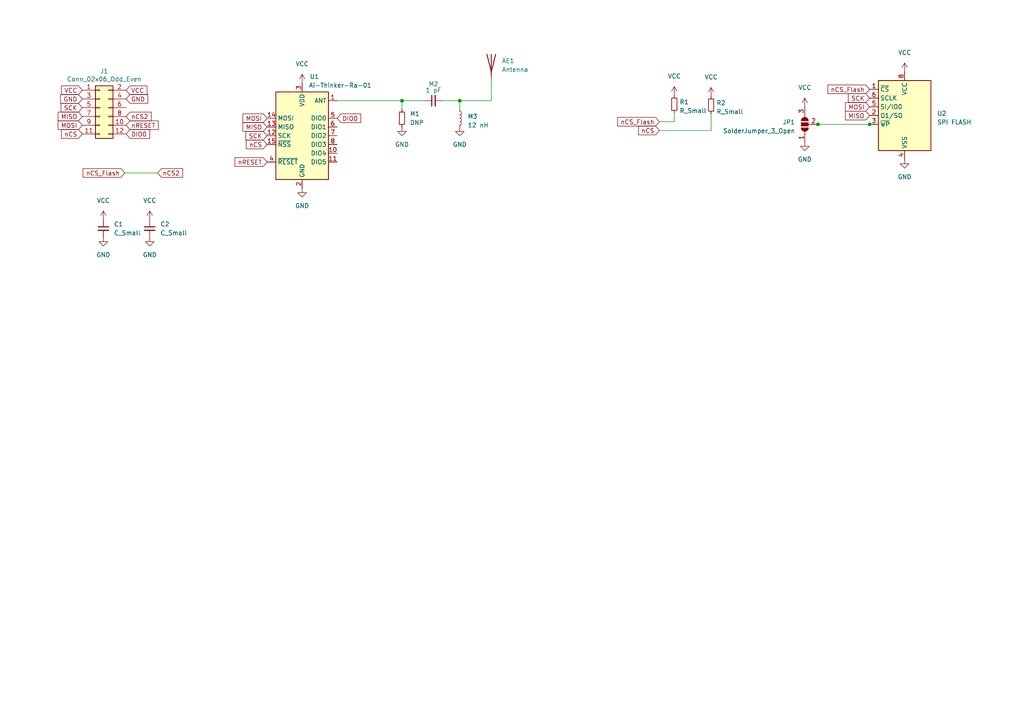
<source format=kicad_sch>
(kicad_sch (version 20230121) (generator eeschema)
  (paper "A4")
  (lib_symbols
    (symbol "Connector_Generic:Conn_02x06_Odd_Even" (pin_names (offset 1.016) hide)
      (property "Reference" "J" (at 1.27 7.62 0))
      (property "Value" "Conn_02x06_Odd_Even" (at 1.27 -10.16 0))
      (symbol "Conn_02x06_Odd_Even_1_1"
        (rectangle (start -1.27 -7.493) (end 0 -7.747) (stroke (width 0.1524)))
        (rectangle (start -1.27 -4.953) (end 0 -5.207) (stroke (width 0.1524)))
        (rectangle (start -1.27 -2.413) (end 0 -2.667) (stroke (width 0.1524)))
        (rectangle (start -1.27 0.127) (end 0 -0.127) (stroke (width 0.1524)))
        (rectangle (start -1.27 2.667) (end 0 2.413) (stroke (width 0.1524)))
        (rectangle (start -1.27 5.207) (end 0 4.953) (stroke (width 0.1524)))
        (rectangle (start -1.27 6.35) (end 3.81 -8.89) (stroke (width 0.254)) (fill (type background)))
        (rectangle (start 3.81 -7.493) (end 2.54 -7.747) (stroke (width 0.1524)))
        (rectangle (start 3.81 -4.953) (end 2.54 -5.207) (stroke (width 0.1524)))
        (rectangle (start 3.81 -2.413) (end 2.54 -2.667) (stroke (width 0.1524)))
        (rectangle (start 3.81 0.127) (end 2.54 -0.127) (stroke (width 0.1524)))
        (rectangle (start 3.81 2.667) (end 2.54 2.413) (stroke (width 0.1524)))
        (rectangle (start 3.81 5.207) (end 2.54 4.953) (stroke (width 0.1524)))
        (pin passive line (at -5.08 5.08 0) (length 3.81) (name "Pin_1") (number "1"))
        (pin passive line (at 7.62 -5.08 180) (length 3.81) (name "Pin_10") (number "10"))
        (pin passive line (at -5.08 -7.62 0) (length 3.81) (name "Pin_11") (number "11"))
        (pin passive line (at 7.62 -7.62 180) (length 3.81) (name "Pin_12") (number "12"))
        (pin passive line (at 7.62 5.08 180) (length 3.81) (name "Pin_2") (number "2"))
        (pin passive line (at -5.08 2.54 0) (length 3.81) (name "Pin_3") (number "3"))
        (pin passive line (at 7.62 2.54 180) (length 3.81) (name "Pin_4") (number "4"))
        (pin passive line (at -5.08 0 0) (length 3.81) (name "Pin_5") (number "5"))
        (pin passive line (at 7.62 0 180) (length 3.81) (name "Pin_6") (number "6"))
        (pin passive line (at -5.08 -2.54 0) (length 3.81) (name "Pin_7") (number "7"))
        (pin passive line (at 7.62 -2.54 180) (length 3.81) (name "Pin_8") (number "8"))
        (pin passive line (at -5.08 -5.08 0) (length 3.81) (name "Pin_9") (number "9"))
      )
    )
    (symbol "Device:Antenna" (pin_numbers hide) (pin_names (offset 1.016) hide)
      (property "Reference" "AE" (at -1.905 1.905 0))
      (property "Value" "Antenna" (at -1.905 0 0))
      (symbol "Antenna_0_1"
        (polyline (pts (xy 0 2.54) (xy 0 -3.81)) (stroke (width 0.254)))
        (polyline (pts (xy 1.27 2.54) (xy 0 -2.54) (xy -1.27 2.54)) (stroke (width 0.254)))
      )
      (symbol "Antenna_1_1"
        (pin input line (at 0 -5.08 90) (length 2.54) (name "A") (number "1"))
      )
    )
    (symbol "Device:C_Small" (pin_numbers hide) (pin_names (offset 0.254) hide)
      (property "Reference" "C" (at 0.254 1.778 0))
      (property "Value" "C_Small" (at 0.254 -2.032 0))
      (symbol "C_Small_0_1"
        (polyline (pts (xy -1.524 -0.508) (xy 1.524 -0.508)) (stroke (width 0.3302)))
        (polyline (pts (xy -1.524 0.508) (xy 1.524 0.508)) (stroke (width 0.3048)))
      )
      (symbol "C_Small_1_1"
        (pin passive line (at 0 2.54 270) (length 2.032) (name "~") (number "1"))
        (pin passive line (at 0 -2.54 90) (length 2.032) (name "~") (number "2"))
      )
    )
    (symbol "Device:L_Small" (pin_numbers hide) (pin_names (offset 0.254) hide)
      (property "Reference" "L" (at 0.762 1.016 0))
      (property "Value" "L_Small" (at 0.762 -1.016 0))
      (symbol "L_Small_0_1"
        (arc (start 0 -2.032) (mid 0.5058 -1.524) (end 0 -1.016))
        (arc (start 0 -1.016) (mid 0.5058 -0.508) (end 0 0))
        (arc (start 0 0) (mid 0.5058 0.508) (end 0 1.016))
        (arc (start 0 1.016) (mid 0.5058 1.524) (end 0 2.032))
      )
      (symbol "L_Small_1_1"
        (pin passive line (at 0 2.54 270) (length 0.508) (name "~") (number "1"))
        (pin passive line (at 0 -2.54 90) (length 0.508) (name "~") (number "2"))
      )
    )
    (symbol "Device:R_Small" (pin_numbers hide) (pin_names (offset 0.254) hide)
      (property "Reference" "R" (at 0.762 0.508 0))
      (property "Value" "R_Small" (at 0.762 -1.016 0))
      (symbol "R_Small_0_1"
        (rectangle (start -0.762 1.778) (end 0.762 -1.778) (stroke (width 0.2032)))
      )
      (symbol "R_Small_1_1"
        (pin passive line (at 0 2.54 270) (length 0.762) (name "~") (number "1"))
        (pin passive line (at 0 -2.54 90) (length 0.762) (name "~") (number "2"))
      )
    )
    (symbol "Jumper:SolderJumper_3_Open" (pin_names (offset 0) hide)
      (property "Reference" "JP" (at -2.54 -2.54 0))
      (property "Value" "SolderJumper_3_Open" (at 0 2.794 0))
      (symbol "SolderJumper_3_Open_0_1"
        (arc (start -1.016 1.016) (mid -2.0276 0) (end -1.016 -1.016))
        (arc (start -1.016 1.016) (mid -2.0276 0) (end -1.016 -1.016) (fill (type outline)))
        (rectangle (start -0.508 1.016) (end 0.508 -1.016) (fill (type outline)))
        (polyline (pts (xy -2.54 0) (xy -2.032 0)))
        (polyline (pts (xy -1.016 1.016) (xy -1.016 -1.016)))
        (polyline (pts (xy 0 -1.27) (xy 0 -1.016)))
        (polyline (pts (xy 1.016 1.016) (xy 1.016 -1.016)))
        (polyline (pts (xy 2.54 0) (xy 2.032 0)))
        (arc (start 1.016 -1.016) (mid 2.0276 0) (end 1.016 1.016))
        (arc (start 1.016 -1.016) (mid 2.0276 0) (end 1.016 1.016) (fill (type outline)))
      )
      (symbol "SolderJumper_3_Open_1_1"
        (pin passive line (at -5.08 0 0) (length 2.54) (name "A") (number "1"))
        (pin passive line (at 0 -3.81 90) (length 2.54) (name "C") (number "2"))
        (pin passive line (at 5.08 0 180) (length 2.54) (name "B") (number "3"))
      )
    )
    (symbol "Memory_Flash:GD25D05CT"
      (property "Reference" "U" (at 2.54 12.7 0))
      (property "Value" "GD25D05CT" (at 8.89 8.89 0))
      (symbol "GD25D05CT_0_1"
        (rectangle (start -7.62 10.16) (end 7.62 -10.16) (stroke (width 0.254)) (fill (type background)))
      )
      (symbol "GD25D05CT_1_1"
        (pin input line (at -10.16 7.62 0) (length 2.54) (name "~{CS}") (number "1"))
        (pin output line (at -10.16 0 0) (length 2.54) (name "O1/SO") (number "2"))
        (pin input line (at -10.16 -2.54 0) (length 2.54) (name "~{WP}") (number "3"))
        (pin power_in line (at 0 -12.7 90) (length 2.54) (name "VSS") (number "4"))
        (pin bidirectional line (at -10.16 2.54 0) (length 2.54) (name "SI/IO0") (number "5"))
        (pin input line (at -10.16 5.08 0) (length 2.54) (name "SCLK") (number "6"))
        (pin no_connect line (at -7.62 -5.08 0) (length 2.54) hide (name "NC") (number "7"))
        (pin power_in line (at 0 12.7 270) (length 2.54) (name "VCC") (number "8"))
      )
    )
    (symbol "RF_Module:Ai-Thinker-Ra-01"
      (property "Reference" "U" (at 2.54 17.78 0))
      (property "Value" "Ai-Thinker-Ra-01" (at 13.97 -15.24 0))
      (symbol "Ai-Thinker-Ra-01_0_1"
        (rectangle (start -7.62 12.7) (end 7.62 -12.7) (stroke (width 0.254)) (fill (type background)))
      )
      (symbol "Ai-Thinker-Ra-01_1_1"
        (pin passive line (at 10.16 10.16 180) (length 2.54) (name "ANT") (number "1"))
        (pin bidirectional line (at 10.16 -5.08 180) (length 2.54) (name "DIO4") (number "10"))
        (pin bidirectional line (at 10.16 -7.62 180) (length 2.54) (name "DIO5") (number "11"))
        (pin input line (at -10.16 0 0) (length 2.54) (name "SCK") (number "12"))
        (pin output line (at -10.16 2.54 0) (length 2.54) (name "MISO") (number "13"))
        (pin input line (at -10.16 5.08 0) (length 2.54) (name "MOSI") (number "14"))
        (pin input line (at -10.16 -2.54 0) (length 2.54) (name "~{NSS}") (number "15"))
        (pin passive line (at 0 -15.24 90) (length 2.54) hide (name "GND") (number "16"))
        (pin power_in line (at 0 -15.24 90) (length 2.54) (name "GND") (number "2"))
        (pin power_in line (at 0 15.24 270) (length 2.54) (name "VDD") (number "3"))
        (pin input line (at -10.16 -7.62 0) (length 2.54) (name "~{RESET}") (number "4"))
        (pin bidirectional line (at 10.16 5.08 180) (length 2.54) (name "DIO0") (number "5"))
        (pin bidirectional line (at 10.16 2.54 180) (length 2.54) (name "DIO1") (number "6"))
        (pin bidirectional line (at 10.16 0 180) (length 2.54) (name "DIO2") (number "7"))
        (pin bidirectional line (at 10.16 -2.54 180) (length 2.54) (name "DIO3") (number "8"))
        (pin passive line (at 0 -15.24 90) (length 2.54) hide (name "GND") (number "9"))
      )
    )
    (symbol "power:GND" (power) (pin_names (offset 0))
      (property "Value" "GND" (at 0 -3.81 0))
      (symbol "GND_0_1"
        (polyline (pts (xy 0 0) (xy 0 -1.27) (xy 1.27 -1.27) (xy 0 -2.54) (xy -1.27 -1.27) (xy 0 -1.27)))
      )
      (symbol "GND_1_1"
        (pin power_in line (at 0 0 270) (length 0) hide (name "GND") (number "1"))
      )
    )
    (symbol "power:VCC" (power) (pin_names (offset 0))
      (property "Value" "VCC" (at 0 3.81 0))
      (symbol "VCC_0_1"
        (polyline (pts (xy -0.762 1.27) (xy 0 2.54)))
        (polyline (pts (xy 0 0) (xy 0 2.54)))
        (polyline (pts (xy 0 2.54) (xy 0.762 1.27)))
      )
      (symbol "VCC_1_1"
        (pin power_in line (at 0 0 90) (length 0) hide (name "VCC") (number "1"))
      )
    )
  )
  (junction (at 116.586 29.21))
  (junction (at 133.35 29.21))
  (junction (at 252.222 36.068))
  (junction (at 237.236 36.068))
  (wire (pts (xy 236.982 36.068) (xy 237.236 36.068)))
  (wire (pts (xy 128.27 29.21) (xy 133.35 29.21)))
  (wire (pts (xy 97.79 29.21) (xy 116.586 29.21)))
  (wire (pts (xy 133.35 29.21) (xy 142.494 29.21)))
  (wire (pts (xy 116.586 29.21) (xy 123.19 29.21)))
  (wire (pts (xy 191.262 35.306) (xy 195.58 35.306)))
  (wire (pts (xy 206.248 37.846) (xy 206.248 33.02)))
  (wire (pts (xy 142.494 29.21) (xy 142.494 23.368)))
  (wire (pts (xy 191.262 37.846) (xy 206.248 37.846)))
  (wire (pts (xy 36.195 50.165) (xy 45.72 50.165)))
  (wire (pts (xy 133.35 31.75) (xy 133.35 29.21)))
  (wire (pts (xy 252.222 36.068) (xy 252.476 36.068)))
  (wire (pts (xy 116.586 29.21) (xy 116.586 31.75)))
  (wire (pts (xy 237.236 36.068) (xy 252.222 36.068)))
  (wire (pts (xy 133.35 29.21) (xy 133.604 28.956)))
  (wire (pts (xy 195.58 35.306) (xy 195.58 32.766)))
  (global_label "nCS_Flash" (shape input) (at 36.195 50.165 180) (property "Intersheetrefs" "${INTERSHEET_REFS}" (effects hide)))
  (global_label "nCS_Flash" (shape input) (at 252.222 25.908 180) (property "Intersheetrefs" "${INTERSHEET_REFS}" (effects hide)))
  (global_label "nRESET" (shape input) (at 77.47 46.99 180) (property "Intersheetrefs" "${INTERSHEET_REFS}" (effects hide)) (property "Intersheet-verwijzingen" "${INTERSHEET_REFS}" (effects hide)))
  (global_label "MISO" (shape input) (at 252.222 33.528 180) (property "Intersheetrefs" "${INTERSHEET_REFS}" (effects hide)) (property "Intersheet-verwijzingen" "${INTERSHEET_REFS}" (effects hide)))
  (global_label "MISO" (shape input) (at 23.876 33.782 180) (property "Intersheetrefs" "${INTERSHEET_REFS}" (effects hide)) (property "Intersheet-verwijzingen" "${INTERSHEET_REFS}" (effects hide)))
  (global_label "GND" (shape input) (at 36.576 28.702 0) (property "Intersheetrefs" "${INTERSHEET_REFS}" (effects hide)) (property "Intersheet-verwijzingen" "${INTERSHEET_REFS}" (effects hide)))
  (global_label "nCS" (shape input) (at 191.262 37.846 180) (property "Intersheetrefs" "${INTERSHEET_REFS}" (effects hide)) (property "Intersheet-verwijzingen" "${INTERSHEET_REFS}" (effects hide)))
  (global_label "VCC" (shape input) (at 23.876 26.162 180) (property "Intersheetrefs" "${INTERSHEET_REFS}" (effects hide)) (property "Intersheet-verwijzingen" "${INTERSHEET_REFS}" (effects hide)))
  (global_label "nCS" (shape input) (at 77.47 41.91 180) (property "Intersheetrefs" "${INTERSHEET_REFS}" (effects hide)) (property "Intersheet-verwijzingen" "${INTERSHEET_REFS}" (effects hide)))
  (global_label "GND" (shape input) (at 23.876 28.702 180) (property "Intersheetrefs" "${INTERSHEET_REFS}" (effects hide)) (property "Intersheet-verwijzingen" "${INTERSHEET_REFS}" (effects hide)))
  (global_label "SCK" (shape input) (at 23.876 31.242 180) (property "Intersheetrefs" "${INTERSHEET_REFS}" (effects hide)) (property "Intersheet-verwijzingen" "${INTERSHEET_REFS}" (effects hide)))
  (global_label "nCS" (shape input) (at 23.876 38.862 180) (property "Intersheetrefs" "${INTERSHEET_REFS}" (effects hide)) (property "Intersheet-verwijzingen" "${INTERSHEET_REFS}" (effects hide)))
  (global_label "VCC" (shape input) (at 36.576 26.162 0) (property "Intersheetrefs" "${INTERSHEET_REFS}" (effects hide)) (property "Intersheet-verwijzingen" "${INTERSHEET_REFS}" (effects hide)))
  (global_label "nCS2" (shape input) (at 36.576 33.782 0) (property "Intersheetrefs" "${INTERSHEET_REFS}" (effects hide)))
  (global_label "nCS2" (shape input) (at 45.72 50.165 0) (property "Intersheetrefs" "${INTERSHEET_REFS}" (effects hide)))
  (global_label "DIO0" (shape input) (at 97.79 34.29 0) (property "Intersheetrefs" "${INTERSHEET_REFS}" (effects hide)) (property "Intersheet-verwijzingen" "${INTERSHEET_REFS}" (effects hide)))
  (global_label "nCS_Flash" (shape input) (at 191.262 35.306 180) (property "Intersheetrefs" "${INTERSHEET_REFS}" (effects hide)))
  (global_label "DIO0" (shape input) (at 36.576 38.862 0) (property "Intersheetrefs" "${INTERSHEET_REFS}" (effects hide)) (property "Intersheet-verwijzingen" "${INTERSHEET_REFS}" (effects hide)))
  (global_label "MISO" (shape input) (at 77.47 36.83 180) (property "Intersheetrefs" "${INTERSHEET_REFS}" (effects hide)) (property "Intersheet-verwijzingen" "${INTERSHEET_REFS}" (effects hide)))
  (global_label "MOSI" (shape input) (at 77.47 34.29 180) (property "Intersheetrefs" "${INTERSHEET_REFS}" (effects hide)) (property "Intersheet-verwijzingen" "${INTERSHEET_REFS}" (effects hide)))
  (global_label "MOSI" (shape input) (at 252.222 30.988 180) (property "Intersheetrefs" "${INTERSHEET_REFS}" (effects hide)) (property "Intersheet-verwijzingen" "${INTERSHEET_REFS}" (effects hide)))
  (global_label "nRESET" (shape input) (at 36.576 36.322 0) (property "Intersheetrefs" "${INTERSHEET_REFS}" (effects hide)) (property "Intersheet-verwijzingen" "${INTERSHEET_REFS}" (effects hide)))
  (global_label "SCK" (shape input) (at 252.222 28.448 180) (property "Intersheetrefs" "${INTERSHEET_REFS}" (effects hide)) (property "Intersheet-verwijzingen" "${INTERSHEET_REFS}" (effects hide)))
  (global_label "SCK" (shape input) (at 77.47 39.37 180) (property "Intersheetrefs" "${INTERSHEET_REFS}" (effects hide)) (property "Intersheet-verwijzingen" "${INTERSHEET_REFS}" (effects hide)))
  (global_label "MOSI" (shape input) (at 23.876 36.322 180) (property "Intersheetrefs" "${INTERSHEET_REFS}" (effects hide)) (property "Intersheet-verwijzingen" "${INTERSHEET_REFS}" (effects hide)))
  (symbol (lib_id "Connector_Generic:Conn_02x06_Odd_Even") (at 28.956 31.242 0) (unit 1)
    (property "Reference" "J1" (at 30.226 20.6502 0))
    (property "Value" "Conn_02x06_Odd_Even" (at 30.226 22.9616 0))
    (property "Footprint" "Connector_PinHeader_2.54mm:PinHeader_2x06_P2.54mm_Horizontal" (effects hide))
  )
  (symbol (lib_id "power:GND") (at 43.434 68.834 0) (unit 1)
    (property "Reference" "#PWR04" (effects hide))
    (property "Value" "GND" (at 43.434 73.914 0))
  )
  (symbol (lib_id "power:VCC") (at 262.382 20.828 0) (unit 1)
    (property "Reference" "#PWR013" (effects hide))
    (property "Value" "VCC" (at 262.382 15.24 0))
  )
  (symbol (lib_id "Device:R_Small") (at 195.58 30.226 0) (unit 1)
    (property "Reference" "R1" (at 197.104 29.591 0) (effects (justify left)))
    (property "Value" "R_Small" (at 197.104 32.131 0) (effects (justify left)))
    (property "Footprint" "Resistor_SMD:R_0805_2012Metric" (effects hide))
  )
  (symbol (lib_id "Device:Antenna") (at 142.494 18.288 0) (unit 1)
    (property "Reference" "AE1" (at 145.542 17.6529 0) (effects (justify left)))
    (property "Value" "Antenna" (at 145.542 20.1929 0) (effects (justify left)))
    (property "Footprint" "RF_Antenna:Texas_SWRA416_868MHz_915MHz" (effects hide))
  )
  (symbol (lib_id "power:GND") (at 29.972 68.834 0) (unit 1)
    (property "Reference" "#PWR02" (effects hide))
    (property "Value" "GND" (at 29.972 73.914 0))
  )
  (symbol (lib_id "Device:C_Small") (at 125.73 29.21 90) (unit 1)
    (property "Reference" "M2" (at 125.73 24.384 90))
    (property "Value" "1 pF" (at 125.73 26.162 90))
    (property "Footprint" "Resistor_SMD:R_0805_2012Metric" (effects hide))
  )
  (symbol (lib_id "Device:L_Small") (at 133.35 34.29 0) (unit 1)
    (property "Reference" "M3" (at 135.636 33.782 0) (effects (justify left)))
    (property "Value" "12 nH" (at 135.636 36.322 0) (effects (justify left)))
    (property "Footprint" "Resistor_SMD:R_0805_2012Metric" (effects hide))
  )
  (symbol (lib_id "power:VCC") (at 233.426 30.988 0) (unit 1)
    (property "Reference" "#PWR011" (effects hide))
    (property "Value" "VCC" (at 233.426 25.4 0))
  )
  (symbol (lib_id "power:GND") (at 133.35 36.83 0) (unit 1)
    (property "Reference" "#PWR08" (effects hide))
    (property "Value" "GND" (at 133.35 41.91 0))
  )
  (symbol (lib_id "power:GND") (at 87.63 54.61 0) (unit 1)
    (property "Reference" "#PWR06" (effects hide))
    (property "Value" "GND" (at 87.63 59.69 0))
  )
  (symbol (lib_id "power:GND") (at 116.586 36.83 0) (unit 1)
    (property "Reference" "#PWR07" (effects hide))
    (property "Value" "GND" (at 116.586 41.91 0))
  )
  (symbol (lib_id "Device:C_Small") (at 29.972 66.294 0) (unit 1)
    (property "Reference" "C1" (at 33.02 65.0302 0) (effects (justify left)))
    (property "Value" "C_Small" (at 33.02 67.5702 0) (effects (justify left)))
    (property "Footprint" "Capacitor_SMD:C_0805_2012Metric" (effects hide))
  )
  (symbol (lib_id "Device:R_Small") (at 116.586 34.29 0) (unit 1)
    (property "Reference" "M1" (at 118.872 33.02 0) (effects (justify left)))
    (property "Value" "DNP" (at 118.872 35.56 0) (effects (justify left)))
    (property "Footprint" "Resistor_SMD:R_0805_2012Metric" (effects hide))
  )
  (symbol (lib_id "power:VCC") (at 87.63 24.13 0) (unit 1)
    (property "Reference" "#PWR05" (effects hide))
    (property "Value" "VCC" (at 87.63 18.542 0))
  )
  (symbol (lib_id "Jumper:SolderJumper_3_Open") (at 233.426 36.068 90) (unit 1)
    (property "Reference" "JP1" (at 230.632 35.433 90) (effects (justify left)))
    (property "Value" "SolderJumper_3_Open" (at 230.632 37.973 90) (effects (justify left)))
    (property "Footprint" "Jumper:SolderJumper-3_P1.3mm_Open_RoundedPad1.0x1.5mm" (effects hide))
  )
  (symbol (lib_id "power:VCC") (at 206.248 27.94 0) (unit 1)
    (property "Reference" "#PWR010" (effects hide))
    (property "Value" "VCC" (at 206.248 22.352 0))
  )
  (symbol (lib_id "RF_Module:Ai-Thinker-Ra-01") (at 87.63 39.37 0) (unit 1)
    (property "Reference" "U1" (at 89.8241 22.225 0) (effects (justify left)))
    (property "Value" "Ai-Thinker-Ra-01" (at 89.5701 24.765 0) (effects (justify left)))
    (property "Footprint" "RF_Module:Ai-Thinker-Ra-01-LoRa" (effects hide))
    (property "Datasheet" "http://wiki.ai-thinker.com/_media/lora/docs/c047ps01a1_ra-01_product_specification_v1.1.pdf" (effects hide))
  )
  (symbol (lib_id "Memory_Flash:GD25D05CT") (at 262.382 33.528 0) (unit 1)
    (property "Reference" "U2" (at 271.78 32.893 0) (effects (justify left)))
    (property "Value" "SPI FLASH" (at 271.78 35.433 0) (effects (justify left)))
    (property "Footprint" "Package_SO:SOP-8_3.9x4.9mm_P1.27mm" (effects hide))
  )
  (symbol (lib_id "power:GND") (at 262.382 46.228 0) (unit 1)
    (property "Reference" "#PWR014" (effects hide))
    (property "Value" "GND" (at 262.382 51.308 0))
  )
  (symbol (lib_id "power:VCC") (at 43.434 63.754 0) (unit 1)
    (property "Reference" "#PWR03" (effects hide))
    (property "Value" "VCC" (at 43.434 58.166 0))
  )
  (symbol (lib_id "power:GND") (at 233.426 41.148 0) (unit 1)
    (property "Reference" "#PWR012" (effects hide))
    (property "Value" "GND" (at 233.426 46.228 0))
  )
  (symbol (lib_id "power:VCC") (at 29.972 63.754 0) (unit 1)
    (property "Reference" "#PWR01" (effects hide))
    (property "Value" "VCC" (at 29.972 58.166 0))
  )
  (symbol (lib_id "Device:R_Small") (at 206.248 30.48 0) (unit 1)
    (property "Reference" "R2" (at 207.772 29.845 0) (effects (justify left)))
    (property "Value" "R_Small" (at 207.772 32.385 0) (effects (justify left)))
    (property "Footprint" "Resistor_SMD:R_0805_2012Metric" (effects hide))
  )
  (symbol (lib_id "Device:C_Small") (at 43.434 66.294 0) (unit 1)
    (property "Reference" "C2" (at 46.482 65.0302 0) (effects (justify left)))
    (property "Value" "C_Small" (at 46.482 67.5702 0) (effects (justify left)))
    (property "Footprint" "Capacitor_SMD:C_0805_2012Metric" (effects hide))
  )
  (symbol (lib_id "power:VCC") (at 195.58 27.686 0) (unit 1)
    (property "Reference" "#PWR09" (effects hide))
    (property "Value" "VCC" (at 195.58 22.098 0))
  )
)
</source>
